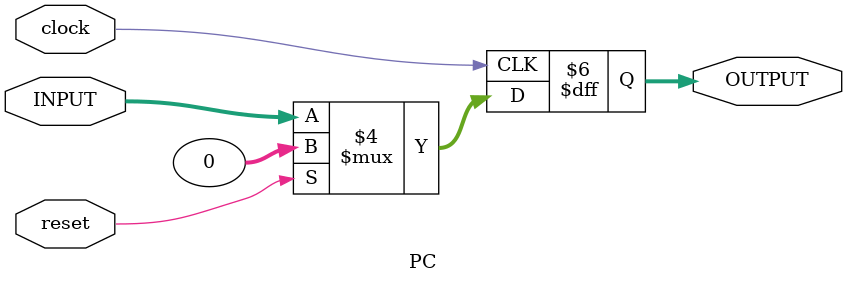
<source format=v>
`timescale 1ns / 1ps
module PC(clock, reset, INPUT, OUTPUT);
    input clock;
	 input reset;
	 input [31:0] INPUT;
	 output reg [31:0] OUTPUT;
	 initial begin
	    OUTPUT <= 0;
	 end
	 always @ (negedge clock) //Not posedge
	 begin
	     if (reset) OUTPUT = 32'b00000000000000000000000000000000;
		  else OUTPUT = INPUT;
	 end
	 /*always @ (reset)
	 begin
	     OUTPUT = 32'b00000000000000000000000000000000;
	 end*/

endmodule
</source>
